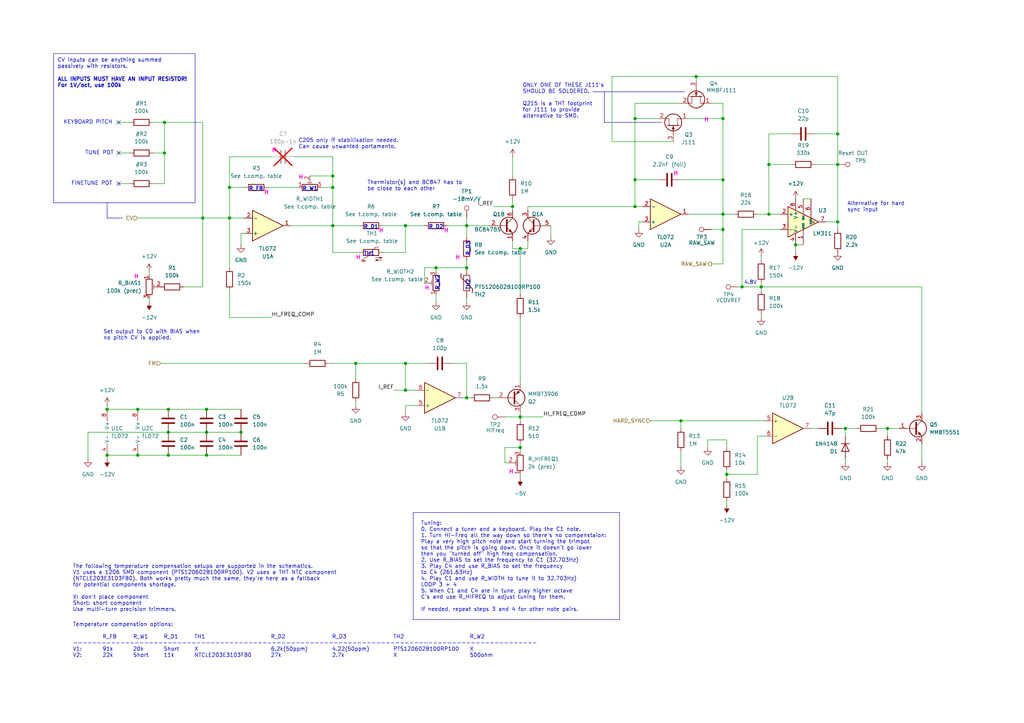
<source format=kicad_sch>
(kicad_sch (version 20250114) (generator "eeschema") (generator_version "9.0")
  (paper "User" 340 240)
  (rectangle (start 137.16 170.18) (end 205.74 205.74) (fill (type color) (color 255 255 255 1)))
  (rectangle (start 17.78 17.78) (end 64.77 67.31))
  (text "ONLY ONE OF THESE J111's\nSHOULD BE SOLDERED.\n\nQ215 is a THT footprint\nfor J111 to provide \nalternative to SMD." (at 173.482 33.528 0) (effects (font (size 1.27 1.27)) (justify left)))
  (text "R_W2" (at 146.05 96.52 90) (effects (font (size 1.27 1.27) (thickness 0.254) (bold yes)) (justify left bottom)))
  (text "H" (at 223.52 58.42 0) (effects (font (size 1.27 1.27) (thickness 0.254) (bold yes)) (justify left bottom)))
  (text "TH2" (at 156.21 96.52 90) (effects (font (size 1.27 1.27) (thickness 0.254) (bold yes)) (justify left bottom)))
  (text "H" (at 151.13 86.36 0) (effects (font (size 1.27 1.27) (thickness 0.254) (bold yes)) (justify left bottom)))
  (text "Tuning:\n0. Connect a tuner and a keyboard. Play the C1 note. \n1. Turn Hi-Freq all the way down so there's no compenstaion:\nPlay a very high pitch note and start turning the trimpot\nso that the pitch is going down. Once it doesn't go lower\nthen you \"turned off\" high freq compensation.\n2. Use R_BIAS to set the frequency to C1 (32.703Hz)\n3. Play C4 and use R_BIAS to set the frequency \nto C4 (261.63Hz)\n4. Play C1 and use R_WIDTH to tune it to 32.703Hz)\nLOOP 3 + 4\n5. When C1 and C4 are in tune, play higher octave \nC's and use R_HIFREQ to adjust tuning for them.\n\nIf needed, repeat steps 3 and 4 for other note pairs." (at 139.7 203.2 0) (effects (font (size 1.27 1.27)) (justify left bottom)))
  (text "R_W1" (at 100.33 63.5 0) (effects (font (size 1.27 1.27) (thickness 0.254) (bold yes)) (justify left bottom)))
  (text "C205 only if stabilisation needed.\nCan cause unwanted portamento." (at 99.06 49.53 0) (effects (font (size 1.27 1.27)) (justify left bottom)))
  (text "Thermistor(s) and BC847 has to \nbe close to each other" (at 121.92 63.5 0) (effects (font (size 1.27 1.27)) (justify left bottom)))
  (text "ALL INPUTS MUST HAVE AN INPUT RESISTOR!\nFor 1V/oct, use 100k" (at 19.05 29.21 0) (effects (font (size 1.27 1.27) (thickness 0.254) (bold yes)) (justify left bottom)))
  (text "H" (at 125.73 77.47 0) (effects (font (size 1.27 1.27) (thickness 0.254) (bold yes)) (justify left bottom)))
  (text "Alternative for hard \nsync input" (at 281.305 70.485 0) (effects (font (size 1.27 1.27)) (justify left bottom)))
  (text "Temperature compenstion options:\n\n		R_FB	R_W1	R_D1	TH1					R_D2			R_D3			TH2					R_W2\n--------------------------------------------------------------------------------------------------\nV1: 	91k		20k		Short	X					6.2k(50ppm)		4.22(50ppm)		PTS120602B100RP100	X\nV2: 	22k		Short	11k		NTCLE203E3103FB0	27k				2.7k			X					500ohm\n" (at 24.13 218.44 0) (effects (font (size 1.27 1.27)) (justify left bottom)))
  (text "CV inputs can be anything summed \npassively with resistors.\n" (at 19.05 22.86 0) (effects (font (size 1.27 1.27) (thickness 0.1588)) (justify left bottom)))
  (text "KEYBOARD PITCH" (at 29.21 40.64 0) (effects (font (size 1.27 1.27))))
  (text "H" (at 147.32 77.47 0) (effects (font (size 1.27 1.27) (thickness 0.254) (bold yes)) (justify left bottom)))
  (text "H" (at 168.91 157.48 0) (effects (font (size 1.27 1.27) (thickness 0.254) (bold yes)) (justify left bottom)))
  (text "TUNE POT" (at 33.02 50.8 0) (effects (font (size 1.27 1.27))))
  (text "The following temperature compensation setups are supported in the schematics.\nV1 uses a 1206 SMD component (PTS120602B100RP100). V2 uses a THT NTC component \n(NTCLE203E3103FB0). Both works pretty much the same, they're here as a fallback\nfor potential components shortage.\n\nX: don't place component\nShort: short component\nUse multi-turn precision trimmers." (at 24.13 203.2 0) (effects (font (size 1.27 1.27)) (justify left bottom)))
  (text "TH1" (at 120.65 85.09 0) (effects (font (size 1.27 1.27) (thickness 0.254) (bold yes)) (justify left bottom)))
  (text "R_FB" (at 82.55 63.5 0) (effects (font (size 1.27 1.27) (thickness 0.254) (bold yes)) (justify left bottom)))
  (text "H" (at 99.06 59.69 0) (effects (font (size 1.27 1.27) (thickness 0.254) (bold yes)) (justify left bottom)))
  (text "H" (at 233.68 40.64 0) (effects (font (size 1.27 1.27) (thickness 0.254) (bold yes)) (justify left bottom)))
  (text "FINETUNE POT" (at 30.48 60.96 0) (effects (font (size 1.27 1.27))))
  (text "H" (at 44.45 92.71 0) (effects (font (size 1.27 1.27) (thickness 0.254) (bold yes)) (justify left bottom)))
  (text "R_D3" (at 156.21 85.09 90) (effects (font (size 1.27 1.27) (thickness 0.254) (bold yes)) (justify left bottom)))
  (text "R_D1" (at 120.65 76.2 0) (effects (font (size 1.27 1.27) (thickness 0.254) (bold yes)) (justify left bottom)))
  (text "Set output to C0 with BIAS when\nno pitch CV is applied." (at 34.29 113.03 0) (effects (font (size 1.27 1.27)) (justify left bottom)))
  (text "H" (at 118.11 86.36 0) (effects (font (size 1.27 1.27) (thickness 0.254) (bold yes)) (justify left bottom)))
  (text "R_D2" (at 142.24 76.2 0) (effects (font (size 1.27 1.27) (thickness 0.254) (bold yes)) (justify left bottom)))
  (text "H" (at 90.17 50.8 0) (effects (font (size 1.27 1.27) (thickness 0.254) (bold yes)) (justify left bottom)))
  (text "H" (at 87.63 64.77 0) (effects (font (size 1.27 1.27) (thickness 0.254) (bold yes)) (justify left bottom)))
  (text "H" (at 140.97 96.52 0) (effects (font (size 1.27 1.27) (thickness 0.254) (bold yes)) (justify left bottom)))
  (text "4.8V" (at 247.015 94.615 0) (effects (font (size 1.27 1.27)) (justify left bottom)))
  (junction (at 80.01 143.51))
  (junction (at 172.72 138.43))
  (junction (at 45.72 151.13))
  (junction (at 55.88 135.89))
  (junction (at 134.62 129.54))
  (junction (at 154.94 88.9))
  (junction (at 240.03 59.69))
  (junction (at 55.88 143.51))
  (junction (at 172.72 148.59))
  (junction (at 35.56 135.89))
  (junction (at 170.18 68.58))
  (junction (at 280.67 142.24))
  (junction (at 240.03 71.12))
  (junction (at 68.58 151.13))
  (junction (at 35.56 151.13))
  (junction (at 252.73 95.25))
  (junction (at 241.3 157.48))
  (junction (at 67.31 72.39))
  (junction (at 110.49 62.23))
  (junction (at 278.13 44.45))
  (junction (at 172.72 82.55))
  (junction (at 231.14 25.4))
  (junction (at 246.38 95.25))
  (junction (at 240.03 39.37))
  (junction (at 110.49 58.42))
  (junction (at 68.58 135.89))
  (junction (at 226.06 139.7))
  (junction (at 154.94 74.93))
  (junction (at 294.64 142.24))
  (junction (at 210.82 59.69))
  (junction (at 210.82 39.37))
  (junction (at 134.62 74.93))
  (junction (at 134.62 120.65))
  (junction (at 278.13 73.66))
  (junction (at 76.2 62.23))
  (junction (at 54.61 40.64))
  (junction (at 54.61 50.8))
  (junction (at 240.03 76.2))
  (junction (at 68.58 143.51))
  (junction (at 76.2 72.39))
  (junction (at 110.49 74.93))
  (junction (at 55.88 151.13))
  (junction (at 144.78 88.9))
  (junction (at 278.13 54.61))
  (junction (at 210.82 68.58))
  (junction (at 255.27 71.12))
  (junction (at 154.94 132.08))
  (junction (at 264.16 81.28))
  (junction (at 45.72 135.89))
  (junction (at 255.27 54.61))
  (junction (at 118.11 120.65))
  (no_connect (at 39.37 40.64))
  (no_connect (at 39.37 50.8))
  (no_connect (at 39.37 60.96))
  (wire (pts (xy 215.9 139.7) (xy 226.06 139.7)))
  (wire (pts (xy 241.3 157.48) (xy 251.46 157.48)))
  (wire (pts (xy 252.73 85.09) (xy 252.73 86.36)))
  (wire (pts (xy 76.2 72.39) (xy 76.2 88.9)))
  (wire (pts (xy 294.64 142.24) (xy 294.64 144.78)))
  (wire (pts (xy 210.82 59.69) (xy 210.82 68.58)))
  (wire (pts (xy 54.61 60.96) (xy 50.8 60.96)))
  (wire (pts (xy 68.58 143.51) (xy 80.01 143.51)))
  (wire (pts (xy 142.24 120.65) (xy 134.62 120.65)))
  (wire (pts (xy 49.53 99.06) (xy 49.53 100.33)))
  (wire (pts (xy 175.26 69.85) (xy 175.26 68.58)))
  (wire (pts (xy 255.27 54.61) (xy 255.27 71.12)))
  (wire (pts (xy 154.94 120.65) (xy 154.94 132.08)))
  (wire (pts (xy 278.13 54.61) (xy 278.13 73.66)))
  (wire (pts (xy 240.03 76.2) (xy 240.03 87.63)))
  (wire (pts (xy 212.09 73.66) (xy 212.09 76.2)))
  (wire (pts (xy 234.95 146.05) (xy 241.3 146.05)))
  (wire (pts (xy 240.03 87.63) (xy 236.22 87.63)))
  (wire (pts (xy 76.2 105.41) (xy 76.2 96.52)))
  (wire (pts (xy 110.49 58.42) (xy 110.49 62.23)))
  (wire (pts (xy 168.91 153.67) (xy 167.64 153.67)))
  (wire (pts (xy 294.64 152.4) (xy 294.64 153.67)))
  (wire (pts (xy 67.31 72.39) (xy 67.31 95.25)))
  (wire (pts (xy 163.83 132.08) (xy 165.1 132.08)))
  (wire (pts (xy 110.49 52.07) (xy 110.49 58.42)))
  (wire (pts (xy 140.97 93.98) (xy 140.97 88.9)))
  (wire (pts (xy 110.49 83.82) (xy 110.49 74.93)))
  (wire (pts (xy 102.87 58.42) (xy 110.49 58.42)))
  (wire (pts (xy 35.56 151.13) (xy 35.56 152.4)))
  (wire (pts (xy 170.18 68.58) (xy 170.18 69.85)))
  (wire (pts (xy 134.62 134.62) (xy 134.62 137.16)))
  (wire (pts (xy 45.72 72.39) (xy 67.31 72.39)))
  (wire (pts (xy 54.61 50.8) (xy 54.61 60.96)))
  (wire (pts (xy 280.67 142.24) (xy 280.67 144.78)))
  (wire (pts (xy 167.64 148.59) (xy 172.72 148.59)))
  (wire (pts (xy 251.46 71.12) (xy 255.27 71.12)))
  (wire (pts (xy 96.52 74.93) (xy 110.49 74.93)))
  (wire (pts (xy 226.06 149.86) (xy 226.06 154.94)))
  (wire (pts (xy 213.36 73.66) (xy 212.09 73.66)))
  (wire (pts (xy 241.3 167.64) (xy 241.3 166.37)))
  (wire (pts (xy 154.94 72.39) (xy 154.94 74.93)))
  (wire (pts (xy 154.94 132.08) (xy 156.21 132.08)))
  (wire (pts (xy 270.51 44.45) (xy 278.13 44.45)))
  (wire (pts (xy 154.94 86.36) (xy 154.94 88.9)))
  (wire (pts (xy 240.03 34.29) (xy 240.03 39.37)))
  (wire (pts (xy 172.72 105.41) (xy 172.72 127)))
  (wire (pts (xy 67.31 40.64) (xy 67.31 72.39)))
  (wire (pts (xy 170.18 66.04) (xy 170.18 68.58)))
  (wire (pts (xy 154.94 74.93) (xy 162.56 74.93)))
  (wire (pts (xy 172.72 147.32) (xy 172.72 148.59)))
  (wire (pts (xy 76.2 52.07) (xy 76.2 62.23)))
  (wire (pts (xy 252.73 104.14) (xy 252.73 105.41)))
  (wire (pts (xy 76.2 72.39) (xy 81.28 72.39)))
  (wire (pts (xy 236.22 34.29) (xy 240.03 34.29)))
  (wire (pts (xy 80.01 77.47) (xy 80.01 81.28)))
  (wire (pts (xy 240.03 71.12) (xy 243.84 71.12)))
  (wire (pts (xy 118.11 134.62) (xy 118.11 133.35)))
  (wire (pts (xy 172.72 148.59) (xy 172.72 149.86)))
  (wire (pts (xy 88.9 62.23) (xy 99.06 62.23)))
  (wire (pts (xy 154.94 74.93) (xy 154.94 78.74)))
  (wire (pts (xy 210.82 39.37) (xy 218.44 39.37)))
  (wire (pts (xy 119.38 83.82) (xy 110.49 83.82)))
  (wire (pts (xy 170.18 82.55) (xy 172.72 82.55)))
  (wire (pts (xy 134.62 120.65) (xy 134.62 129.54)))
  (wire (pts (xy 134.62 74.93) (xy 140.97 74.93)))
  (wire (pts (xy 170.18 52.07) (xy 170.18 58.42)))
  (wire (pts (xy 49.53 90.17) (xy 49.53 91.44)))
  (wire (pts (xy 167.64 138.43) (xy 172.72 138.43)))
  (wire (pts (xy 246.38 76.2) (xy 246.38 95.25)))
  (wire (pts (xy 240.03 71.12) (xy 228.6 71.12)))
  (wire (pts (xy 306.07 147.32) (xy 306.07 153.67)))
  (wire (pts (xy 76.2 62.23) (xy 76.2 72.39)))
  (wire (pts (xy 172.72 157.48) (xy 172.72 158.75)))
  (wire (pts (xy 127 83.82) (xy 134.62 83.82)))
  (wire (pts (xy 29.21 152.4) (xy 29.21 143.51)))
  (wire (pts (xy 210.82 39.37) (xy 210.82 59.69)))
  (wire (pts (xy 306.07 95.25) (xy 306.07 137.16)))
  (wire (pts (xy 236.22 76.2) (xy 240.03 76.2)))
  (wire (pts (xy 110.49 74.93) (xy 119.38 74.93)))
  (wire (pts (xy 241.3 157.48) (xy 241.3 158.75)))
  (wire (pts (xy 223.52 46.99) (xy 203.2 46.99)))
  (wire (pts (xy 246.38 76.2) (xy 259.08 76.2)))
  (wire (pts (xy 264.16 81.28) (xy 266.7 81.28)))
  (wire (pts (xy 255.27 44.45) (xy 255.27 54.61)))
  (wire (pts (xy 127 74.93) (xy 134.62 74.93)))
  (wire (pts (xy 154.94 99.06) (xy 154.94 100.33)))
  (wire (pts (xy 109.22 120.65) (xy 118.11 120.65)))
  (wire (pts (xy 90.17 52.07) (xy 76.2 52.07)))
  (wire (pts (xy 134.62 129.54) (xy 138.43 129.54)))
  (wire (pts (xy 144.78 88.9) (xy 154.94 88.9)))
  (wire (pts (xy 231.14 25.4) (xy 278.13 25.4)))
  (wire (pts (xy 278.13 44.45) (xy 278.13 54.61)))
  (wire (pts (xy 271.78 142.24) (xy 269.24 142.24)))
  (wire (pts (xy 130.81 129.54) (xy 134.62 129.54)))
  (wire (pts (xy 67.31 72.39) (xy 76.2 72.39)))
  (wire (pts (xy 118.11 120.65) (xy 134.62 120.65)))
  (wire (pts (xy 134.62 83.82) (xy 134.62 74.93)))
  (wire (pts (xy 226.06 59.69) (xy 240.03 59.69)))
  (wire (pts (xy 54.61 40.64) (xy 54.61 50.8)))
  (wire (pts (xy 172.72 138.43) (xy 180.34 138.43)))
  (wire (pts (xy 68.58 151.13) (xy 80.01 151.13)))
  (wire (pts (xy 228.6 39.37) (xy 240.03 39.37)))
  (polyline (pts (xy 200.66 30.48) (xy 200.66 40.64)))
  (wire (pts (xy 172.72 82.55) (xy 175.26 82.55)))
  (wire (pts (xy 172.72 137.16) (xy 172.72 138.43)))
  (wire (pts (xy 167.64 153.67) (xy 167.64 148.59)))
  (wire (pts (xy 60.96 95.25) (xy 67.31 95.25)))
  (wire (pts (xy 252.73 95.25) (xy 306.07 95.25)))
  (wire (pts (xy 55.88 143.51) (xy 68.58 143.51)))
  (wire (pts (xy 240.03 39.37) (xy 240.03 59.69)))
  (wire (pts (xy 279.4 142.24) (xy 280.67 142.24)))
  (wire (pts (xy 29.21 143.51) (xy 55.88 143.51)))
  (wire (pts (xy 203.2 25.4) (xy 231.14 25.4)))
  (wire (pts (xy 175.26 80.01) (xy 175.26 82.55)))
  (wire (pts (xy 54.61 40.64) (xy 67.31 40.64)))
  (wire (pts (xy 246.38 95.25) (xy 252.73 95.25)))
  (wire (pts (xy 39.37 60.96) (xy 43.18 60.96)))
  (wire (pts (xy 251.46 144.78) (xy 254 144.78)))
  (wire (pts (xy 240.03 59.69) (xy 240.03 71.12)))
  (wire (pts (xy 144.78 97.79) (xy 144.78 100.33)))
  (wire (pts (xy 45.72 151.13) (xy 55.88 151.13)))
  (wire (pts (xy 210.82 68.58) (xy 213.36 68.58)))
  (wire (pts (xy 245.11 95.25) (xy 246.38 95.25)))
  (wire (pts (xy 81.28 62.23) (xy 76.2 62.23)))
  (wire (pts (xy 68.58 135.89) (xy 80.01 135.89)))
  (wire (pts (xy 50.8 40.64) (xy 54.61 40.64)))
  (wire (pts (xy 35.56 151.13) (xy 45.72 151.13)))
  (wire (pts (xy 262.89 44.45) (xy 255.27 44.45)))
  (wire (pts (xy 280.67 153.67) (xy 280.67 152.4)))
  (wire (pts (xy 144.78 88.9) (xy 144.78 90.17)))
  (wire (pts (xy 262.89 54.61) (xy 255.27 54.61)))
  (wire (pts (xy 241.3 156.21) (xy 241.3 157.48)))
  (wire (pts (xy 292.1 142.24) (xy 294.64 142.24)))
  (wire (pts (xy 175.26 68.58) (xy 210.82 68.58)))
  (wire (pts (xy 278.13 73.66) (xy 274.32 73.66)))
  (wire (pts (xy 234.95 148.59) (xy 234.95 146.05)))
  (wire (pts (xy 240.03 71.12) (xy 240.03 76.2)))
  (wire (pts (xy 252.73 96.52) (xy 252.73 95.25)))
  (wire (pts (xy 210.82 34.29) (xy 210.82 39.37)))
  (wire (pts (xy 50.8 50.8) (xy 54.61 50.8)))
  (polyline (pts (xy 196.85 30.48) (xy 227.33 30.48)))
  (wire (pts (xy 110.49 62.23) (xy 106.68 62.23)))
  (wire (pts (xy 226.06 139.7) (xy 254 139.7)))
  (wire (pts (xy 294.64 142.24) (xy 298.45 142.24)))
  (wire (pts (xy 149.86 120.65) (xy 154.94 120.65)))
  (wire (pts (xy 170.18 80.01) (xy 170.18 82.55)))
  (wire (pts (xy 182.88 74.93) (xy 182.88 78.74)))
  (wire (pts (xy 110.49 74.93) (xy 110.49 62.23)))
  (wire (pts (xy 39.37 40.64) (xy 43.18 40.64)))
  (wire (pts (xy 35.56 135.89) (xy 45.72 135.89)))
  (wire (pts (xy 39.37 50.8) (xy 43.18 50.8)))
  (wire (pts (xy 45.72 135.89) (xy 55.88 135.89)))
  (polyline (pts (xy 35.56 67.31) (xy 35.56 72.39)))
  (wire (pts (xy 138.43 134.62) (xy 134.62 134.62)))
  (wire (pts (xy 226.06 139.7) (xy 226.06 142.24)))
  (wire (pts (xy 241.3 146.05) (xy 241.3 148.59)))
  (wire (pts (xy 203.2 46.99) (xy 203.2 25.4)))
  (wire (pts (xy 81.28 77.47) (xy 80.01 77.47)))
  (wire (pts (xy 264.16 83.82) (xy 264.16 81.28)))
  (wire (pts (xy 153.67 132.08) (xy 154.94 132.08)))
  (wire (pts (xy 252.73 93.98) (xy 252.73 95.25)))
  (wire (pts (xy 255.27 71.12) (xy 259.08 71.12)))
  (wire (pts (xy 270.51 54.61) (xy 278.13 54.61)))
  (wire (pts (xy 140.97 88.9) (xy 144.78 88.9)))
  (wire (pts (xy 118.11 120.65) (xy 118.11 125.73)))
  (wire (pts (xy 172.72 82.55) (xy 172.72 97.79)))
  (wire (pts (xy 35.56 134.62) (xy 35.56 135.89)))
  (wire (pts (xy 148.59 74.93) (xy 154.94 74.93)))
  (wire (pts (xy 251.46 157.48) (xy 251.46 144.78)))
  (wire (pts (xy 90.17 105.41) (xy 76.2 105.41)))
  (wire (pts (xy 231.14 25.4) (xy 231.14 26.67)))
  (polyline (pts (xy 40.64 72.39) (xy 35.56 72.39)))
  (wire (pts (xy 218.44 59.69) (xy 210.82 59.69)))
  (wire (pts (xy 172.72 138.43) (xy 172.72 139.7)))
  (wire (pts (xy 266.7 66.04) (xy 269.24 66.04)))
  (wire (pts (xy 55.88 151.13) (xy 68.58 151.13)))
  (wire (pts (xy 280.67 142.24) (xy 284.48 142.24)))
  (wire (pts (xy 210.82 34.29) (xy 226.06 34.29)))
  (wire (pts (xy 53.34 120.65) (xy 101.6 120.65)))
  (wire (pts (xy 163.83 68.58) (xy 170.18 68.58)))
  (wire (pts (xy 55.88 135.89) (xy 68.58 135.89)))
  (wire (pts (xy 97.79 52.07) (xy 110.49 52.07)))
  (wire (pts (xy 278.13 73.66) (xy 278.13 76.2)))
  (polyline (pts (xy 200.66 40.64) (xy 219.71 40.64)))
  (wire (pts (xy 278.13 44.45) (xy 278.13 25.4)))
  (label "I_REF" (at 163.83 68.58 180))
  (label "HI_FREQ_COMP" (at 90.17 105.41 0))
  (label "HI_FREQ_COMP" (at 180.34 138.43 0))
  (label "I_REF" (at 130.81 129.54 180))
  (hierarchical_label "RAW_SAW" (shape output) (at 236.22 87.63 180))
  (hierarchical_label "HARD_SYNC" (shape input) (at 215.9 139.7 180))
  (hierarchical_label "FM" (shape input) (at 53.34 120.65 180))
  (hierarchical_label "CV" (shape input) (at 45.72 72.39 180))
  (symbol (lib_id "Device:C") (at 55.88 139.7 0) (unit 1)
    (property "Reference" "C1" (at 59.69 138.43 0) (effects (justify left)))
    (property "Value" "100n" (at 59.69 140.97 0) (effects (justify left)))
    (property "Footprint" "Capacitor_SMD:C_0603_1608Metric" (effects (hide yes)))
    (property "LCSC" "C14663" (effects (hide yes)))
    (property "CHECKED" "YES" (effects (hide yes)))
    (property "Vendor" "JLCPCB" (effects (hide yes)))
  )
  (symbol (lib_id "power:+12V") (at 49.53 90.17 0) (unit 1)
    (property "Reference" "#PWR05" (effects (hide yes)))
    (property "Value" "+12V" (at 49.53 85.09 0))
    (property "Description" "Power symbol creates a global label with name \"+12V\"" (effects (hide yes)))
  )
  (symbol (lib_id "Transistor_BJT:MMBT5551L") (at 303.53 142.24 0) (unit 1)
    (property "Reference" "Q5" (at 308.61 140.9699 0) (effects (justify left)))
    (property "Value" "MMBT5551" (at 308.61 143.5099 0) (effects (justify left)))
    (property "Footprint" "Package_TO_SOT_SMD:SOT-23" (effects (hide yes)))
    (property "Datasheet" "www.onsemi.com/pub/Collateral/MMBT5550LT1-D.PDF" (effects (hide yes)))
    (property "Description" "0.6A Ic, 160V Vce, NPN Transistor, SOT-23" (effects (hide yes)))
    (property "LCSC" "C2145" (effects (hide yes)))
    (property "Vendor" "JLCPCB" (effects (hide yes)))
    (property "CHECKED" "YES" (effects (hide yes)))
  )
  (symbol (lib_id "Device:R") (at 144.78 74.93 90) (unit 1)
    (property "Reference" "R7" (at 144.78 68.58 90))
    (property "Value" "See t.comp. table" (at 144.78 71.12 90))
    (property "Footprint" "Shmoergh_Custom_Footprints:R_Axial_DIN0207_L6.3mm_D2.5mm_P7.62mm_Horizontal" (effects (hide yes)))
    (property "Hestore" "https://www.hestore.hu/prod_10020536.html" (effects (hide yes)))
  )
  (symbol (lib_id "Device:C") (at 55.88 147.32 0) (unit 1)
    (property "Reference" "C2" (at 59.69 146.05 0) (effects (justify left)))
    (property "Value" "100n" (at 59.69 148.59 0) (effects (justify left)))
    (property "Footprint" "Capacitor_SMD:C_0603_1608Metric" (effects (hide yes)))
    (property "LCSC" "C14663" (effects (hide yes)))
    (property "CHECKED" "YES" (effects (hide yes)))
    (property "Vendor" "JLCPCB" (effects (hide yes)))
  )
  (symbol (lib_id "Connector:TestPoint") (at 278.13 54.61 270) (unit 1) (in_bom no)
    (property "Reference" "TP5" (at 285.75 53.34 90))
    (property "Value" "Reset OUT" (at 283.21 50.8 90))
    (property "Footprint" "TestPoint:TestPoint_THTPad_2.0x2.0mm_Drill1.0mm" (effects (hide yes)))
    (property "CHECKED" "YES" (effects (hide yes)))
  )
  (symbol (lib_id "power:GND") (at 29.21 152.4 0) (unit 1)
    (property "Reference" "#PWR02" (effects (hide yes)))
    (property "Value" "GND" (at 29.21 157.48 0))
    (property "Description" "Power symbol creates a global label with name \"GND\" , ground" (effects (hide yes)))
  )
  (symbol (lib_id "Device:C") (at 275.59 142.24 90) (unit 1)
    (property "Reference" "C11" (at 275.59 134.62 90))
    (property "Value" "47p" (at 275.59 137.16 90))
    (property "Footprint" "Capacitor_SMD:C_0603_1608Metric" (effects (hide yes)))
    (property "LCSC" "C1671" (effects (hide yes)))
    (property "CHECKED" "YES" (effects (hide yes)))
    (property "Vendor" "JLCPCB" (effects (hide yes)))
  )
  (symbol (lib_id "Device:C") (at 68.58 139.7 0) (unit 1)
    (property "Reference" "C3" (at 72.39 138.43 0) (effects (justify left)))
    (property "Value" "100n" (at 72.39 140.97 0) (effects (justify left)))
    (property "Footprint" "Capacitor_SMD:C_0603_1608Metric" (effects (hide yes)))
    (property "LCSC" "C14663" (effects (hide yes)))
    (property "CHECKED" "YES" (effects (hide yes)))
    (property "Vendor" "JLCPCB" (effects (hide yes)))
  )
  (symbol (lib_id "Transistor_BJT:BC847BS") (at 177.8 74.93 0) (mirror y) (unit 2)
    (property "Reference" "Q1" (at 167.64 71.12 0) (effects (justify left)))
    (property "Value" "BC847BS" (at 166.37 76.2 0) (effects (justify left)))
    (property "Footprint" "Package_TO_SOT_SMD:SOT-363_SC-70-6" (effects (hide yes)))
    (property "Datasheet" "https://assets.nexperia.com/documents/data-sheet/BC847BS.pdf" (effects (hide yes)))
    (property "Description" "100mA IC, 45V Vce, Dual NPN/NPN Transistors, SOT-363" (effects (hide yes)))
    (property "Vendor" "JLCPCB" (effects (hide yes)))
    (property "LCSC" "C5380687" (effects (hide yes)))
    (property "CHECKED" "YES" (effects (hide yes)))
  )
  (symbol (lib_id "power:GND") (at 154.94 100.33 0) (unit 1)
    (property "Reference" "#PWR011" (effects (hide yes)))
    (property "Value" "GND" (at 154.94 105.41 0))
    (property "Description" "Power symbol creates a global label with name \"GND\" , ground" (effects (hide yes)))
  )
  (symbol (lib_id "Device:R") (at 252.73 90.17 180) (unit 1)
    (property "Reference" "R17" (at 255.27 88.9 0) (effects (justify right)))
    (property "Value" "150k" (at 255.27 91.44 0) (effects (justify right)))
    (property "Footprint" "Resistor_SMD:R_0603_1608Metric" (effects (hide yes)))
    (property "LCSC" "C22807" (effects (hide yes)))
    (property "CHECKED" "YES" (effects (hide yes)))
    (property "Vendor" "JLCPCB" (effects (hide yes)))
  )
  (symbol (lib_id "power:GND") (at 182.88 78.74 0) (unit 1)
    (property "Reference" "#PWR014" (effects (hide yes)))
    (property "Value" "GND" (at 182.88 83.82 0))
    (property "Description" "Power symbol creates a global label with name \"GND\" , ground" (effects (hide yes)))
  )
  (symbol (lib_id "Device:R") (at 247.65 71.12 90) (unit 1)
    (property "Reference" "R16" (at 247.65 64.77 90))
    (property "Value" "22k" (at 247.65 67.31 90))
    (property "Footprint" "Resistor_SMD:R_0603_1608Metric" (effects (hide yes)))
    (property "LCSC" "C31850" (effects (hide yes)))
    (property "CHECKED" "YES" (effects (hide yes)))
    (property "Vendor" "JLCPCB" (effects (hide yes)))
  )
  (symbol (lib_id "Device:R_Potentiometer_Trim") (at 172.72 153.67 180) (unit 1)
    (property "Reference" "R_HIFREQ1" (at 175.26 152.3999 0) (effects (justify right)))
    (property "Value" "2k (prec)" (at 175.26 154.9399 0) (effects (justify right)))
    (property "Footprint" "Potentiometer_THT:Potentiometer_Bourns_3006P_Horizontal" (effects (hide yes)))
    (property "Arwill" "https://arwill.hu/termekek/passziv-alkatreszek/trimmer-potmeterek/7401/2-2k-helitrimmer-potmeter-198436/" (effects (hide yes)))
    (property "Part URL" "https://mou.sr/3ZK9AMt" (effects (hide yes)))
    (property "Vendor" "Mouser" (effects (hide yes)))
    (property "CHECKED" "YES" (effects (hide yes)))
    (property "Mouser Part no." "652-3006P-1-202-LF" (effects (hide yes)))
  )
  (symbol (lib_id "Device:R") (at 118.11 129.54 180) (unit 1)
    (property "Reference" "R5" (at 113.03 130.81 0))
    (property "Value" "100k" (at 113.03 128.27 0))
    (property "Footprint" "Resistor_SMD:R_0603_1608Metric" (effects (hide yes)))
    (property "LCSC" "C25803" (effects (hide yes)))
    (property "CHECKED" "YES" (effects (hide yes)))
    (property "Vendor" "JLCPCB" (effects (hide yes)))
  )
  (symbol (lib_id "Device:R_Potentiometer_Trim") (at 102.87 62.23 90) (unit 1)
    (property "Reference" "R_WIDTH1" (at 102.87 66.04 90))
    (property "Value" "See t.comp. table" (at 102.87 68.58 90))
    (property "Footprint" "Potentiometer_THT:Potentiometer_Bourns_3006P_Horizontal" (effects (hide yes)))
    (property "Arwill" "https://arwill.hu/termekek/passziv-alkatreszek/trimmer-potmeterek/7401/20k-helitrimmer-potmeter-850118/" (effects (hide yes)))
    (property "Part URL" "https://mou.sr/41re1x3" (effects (hide yes)))
    (property "Vendor" "Mouser" (effects (hide yes)))
    (property "Mouser Part no." "652-3006P-7-203-LF" (effects (hide yes)))
  )
  (symbol (lib_id "Device:R_Potentiometer_Trim") (at 49.53 95.25 0) (unit 1)
    (property "Reference" "R_BIAS1" (at 46.99 93.9799 0) (effects (justify right)))
    (property "Value" "100k (prec)" (at 46.99 96.5199 0) (effects (justify right)))
    (property "Footprint" "Potentiometer_THT:Potentiometer_Bourns_3006P_Horizontal" (effects (hide yes)))
    (property "Arwill" "https://arwill.hu/termekek/passziv-alkatreszek/trimmer-potmeterek/7401/2-2k-helitrimmer-potmeter-198436/" (effects (hide yes)))
    (property "Part URL" "https://mou.sr/4ff5W1E" (effects (hide yes)))
    (property "Vendor" "Mouser" (effects (hide yes)))
    (property "CHECKED" "YES" (effects (hide yes)))
    (property "Mouser Part no." "652-3006P-1-104-LF" (effects (hide yes)))
  )
  (symbol (lib_id "Device:R") (at 154.94 82.55 0) (unit 1)
    (property "Reference" "R8" (at 157.48 81.28 0) (effects (justify left)))
    (property "Value" "See t.comp. table" (at 157.48 83.82 0) (effects (justify left)))
    (property "Footprint" "Shmoergh_Custom_Footprints:R_Axial_DIN0207_L6.3mm_D2.5mm_P7.62mm_Horizontal" (effects (hide yes)))
    (property "Hestore" "https://www.hestore.hu/prod_10034264.html" (effects (hide yes)))
    (property "Part URL" "https://hu.mouser.com/ProductDetail/YAGEO/MFR50SFTE52-4R22?qs=UFD7vfw3J8rJKelB1vtMtA%3D%3D" (effects (hide yes)))
  )
  (symbol (lib_id "Amplifier_Operational:TL072") (at 48.26 143.51 0) (unit 3)
    (property "Reference" "U2" (at 46.99 142.24 0) (effects (justify left)))
    (property "Value" "TL072" (at 46.99 144.78 0) (effects (justify left)))
    (property "Footprint" "Package_SO:SOIC-8_3.9x4.9mm_P1.27mm" (effects (hide yes)))
    (property "Datasheet" "http://www.ti.com/lit/ds/symlink/tl071.pdf" (effects (hide yes)))
    (property "LCSC" "C6961" (effects (hide yes)))
    (property "CHECKED" "YES" (effects (hide yes)))
    (property "Vendor" "JLCPCB" (effects (hide yes)))
  )
  (symbol (lib_id "Device:R") (at 241.3 152.4 0) (unit 1)
    (property "Reference" "R14" (at 243.84 151.13 0) (effects (justify left)))
    (property "Value" "10k" (at 243.84 153.67 0) (effects (justify left)))
    (property "Footprint" "Resistor_SMD:R_0603_1608Metric" (effects (hide yes)))
    (property "LCSC" "C25804" (effects (hide yes)))
    (property "CHECKED" "YES" (effects (hide yes)))
    (property "Vendor" "JLCPCB" (effects (hide yes)))
  )
  (symbol (lib_id "Device:R") (at 172.72 143.51 0) (unit 1)
    (property "Reference" "R12" (at 175.26 142.24 0) (effects (justify left)))
    (property "Value" "510" (at 175.26 144.78 0) (effects (justify left)))
    (property "Footprint" "Resistor_SMD:R_0603_1608Metric" (effects (hide yes)))
    (property "LCSC" "C23193" (effects (hide yes)))
    (property "CHECKED" "YES" (effects (hide yes)))
    (property "Vendor" "JLCPCB" (effects (hide yes)))
  )
  (symbol (lib_id "power:-12V") (at 35.56 152.4 180) (unit 1)
    (property "Reference" "#PWR04" (effects (hide yes)))
    (property "Value" "-12V" (at 35.56 157.48 0))
    (property "Description" "Power symbol creates a global label with name \"-12V\"" (effects (hide yes)))
  )
  (symbol (lib_id "Device:R") (at 85.09 62.23 90) (unit 1)
    (property "Reference" "R3" (at 85.09 55.88 90))
    (property "Value" "See t.comp. table" (at 85.09 58.42 90))
    (property "Footprint" "Shmoergh_Custom_Footprints:R_Axial_DIN0207_L6.3mm_D2.5mm_P7.62mm_Horizontal" (effects (hide yes)))
    (property "Hestore" "https://www.hestore.hu/prod_10020570.html" (effects (hide yes)))
  )
  (symbol (lib_id "Connector:TestPoint") (at 167.64 138.43 90) (unit 1) (in_bom no)
    (property "Reference" "TP2" (at 164.465 140.97 90))
    (property "Value" "HiFreq" (at 164.465 142.875 90))
    (property "Footprint" "TestPoint:TestPoint_THTPad_2.0x2.0mm_Drill1.0mm" (effects (hide yes)))
    (property "CHECKED" "YES" (effects (hide yes)))
  )
  (symbol (lib_id "power:+12V") (at 170.18 52.07 0) (unit 1)
    (property "Reference" "#PWR012" (effects (hide yes)))
    (property "Value" "+12V" (at 170.18 46.99 0))
    (property "Description" "Power symbol creates a global label with name \"+12V\"" (effects (hide yes)))
  )
  (symbol (lib_id "power:-12V") (at 241.3 167.64 180) (unit 1)
    (property "Reference" "#PWR018" (effects (hide yes)))
    (property "Value" "-12V" (at 241.3 172.72 0))
    (property "Description" "Power symbol creates a global label with name \"-12V\"" (effects (hide yes)))
  )
  (symbol (lib_id "power:-12V") (at 264.16 83.82 180) (unit 1)
    (property "Reference" "#PWR022" (effects (hide yes)))
    (property "Value" "-12V" (at 264.16 88.9 0))
    (property "Description" "Power symbol creates a global label with name \"-12V\"" (effects (hide yes)))
  )
  (symbol (lib_id "Device:C") (at 146.05 120.65 90) (unit 1)
    (property "Reference" "C8" (at 146.05 113.03 90))
    (property "Value" "100p" (at 146.05 115.57 90))
    (property "Footprint" "Capacitor_SMD:C_0603_1608Metric" (effects (hide yes)))
    (property "LCSC" "C14858" (effects (hide yes)))
    (property "CHECKED" "YES" (effects (hide yes)))
    (property "Vendor" "JLCPCB" (effects (hide yes)))
  )
  (symbol (lib_id "power:+12V") (at 35.56 134.62 0) (unit 1)
    (property "Reference" "#PWR03" (effects (hide yes)))
    (property "Value" "+12V" (at 35.56 129.54 0))
    (property "Description" "Power symbol creates a global label with name \"+12V\"" (effects (hide yes)))
  )
  (symbol (lib_id "Device:C") (at 222.25 59.69 90) (unit 1)
    (property "Reference" "C9" (at 222.25 52.07 90))
    (property "Value" "2.2nF (foil)" (at 222.25 54.61 90))
    (property "Footprint" "Capacitor_THT:C_Rect_L7.2mm_W2.5mm_P5.00mm_FKS2_FKP2_MKS2_MKP2" (effects (hide yes)))
    (property "Hestore" "https://www.hestore.hu/prod_10022498.html" (effects (hide yes)))
    (property "Part URL" "https://mou.sr/4eLPHe3" (effects (hide yes)))
    (property "Vendor" "Mouser" (effects (hide yes)))
    (property "CHECKED" "YES" (effects (hide yes)))
    (property "Mouser Part no." "80-R82MC1220AA50J " (effects (hide yes)))
  )
  (symbol (lib_id "Amplifier_Operational:TL072") (at 220.98 71.12 0) (mirror x) (unit 1)
    (property "Reference" "U2" (at 220.98 81.28 0))
    (property "Value" "TL072" (at 220.98 78.74 0))
    (property "Footprint" "Package_SO:SOIC-8_3.9x4.9mm_P1.27mm" (effects (hide yes)))
    (property "Datasheet" "http://www.ti.com/lit/ds/symlink/tl071.pdf" (effects (hide yes)))
    (property "LCSC" "C6961" (effects (hide yes)))
    (property "CHECKED" "YES" (effects (hide yes)))
    (property "Vendor" "JLCPCB" (effects (hide yes)))
  )
  (symbol (lib_id "Amplifier_Operational:TL072") (at 88.9 74.93 0) (mirror x) (unit 1)
    (property "Reference" "U1" (at 88.9 85.09 0))
    (property "Value" "TL072" (at 88.9 82.55 0))
    (property "Footprint" "Package_SO:SOIC-8_3.9x4.9mm_P1.27mm" (effects (hide yes)))
    (property "Datasheet" "http://www.ti.com/lit/ds/symlink/tl071.pdf" (effects (hide yes)))
    (property "LCSC" "C6961" (effects (hide yes)))
    (property "CHECKED" "YES" (effects (hide yes)))
    (property "Vendor" "JLCPCB" (effects (hide yes)))
  )
  (symbol (lib_id "Connector:TestPoint") (at 245.11 95.25 90) (unit 1) (in_bom no)
    (property "Reference" "TP4" (at 241.935 97.79 90))
    (property "Value" "VCOVREF" (at 241.935 99.695 90))
    (property "Footprint" "TestPoint:TestPoint_THTPad_2.0x2.0mm_Drill1.0mm" (effects (hide yes)))
    (property "CHECKED" "YES" (effects (hide yes)))
  )
  (symbol (lib_id "Device:R") (at 278.13 80.01 0) (unit 1)
    (property "Reference" "R20" (at 280.67 78.74 0) (effects (justify left)))
    (property "Value" "2.2k" (at 280.67 81.28 0) (effects (justify left)))
    (property "Footprint" "Resistor_SMD:R_0603_1608Metric" (effects (hide yes)))
    (property "LCSC" "C4190" (effects (hide yes)))
    (property "CHECKED" "YES" (effects (hide yes)))
    (property "Vendor" "JLCPCB" (effects (hide yes)))
  )
  (symbol (lib_id "Device:R") (at 46.99 40.64 90) (unit 1)
    (property "Reference" "#R1" (at 46.99 34.29 90))
    (property "Value" "100k" (at 46.99 36.83 90))
    (property "Description" "Resistor" (effects (hide yes)))
  )
  (symbol (lib_id "Comparator:LM311") (at 266.7 73.66 0) (unit 1)
    (property "Reference" "U3" (at 273.05 69.85 0))
    (property "Value" "LM311" (at 273.05 77.47 0))
    (property "Footprint" "Package_SO:SOIC-8_3.9x4.9mm_P1.27mm" (effects (hide yes)))
    (property "Datasheet" "https://www.st.com/resource/en/datasheet/lm311.pdf" (effects (hide yes)))
    (property "LCSC" "C12597" (effects (hide yes)))
    (property "CHECKED" "YES" (effects (hide yes)))
    (property "Vendor" "JLCPCB" (effects (hide yes)))
  )
  (symbol (lib_id "Device:Thermistor") (at 154.94 93.98 0) (unit 1)
    (property "Reference" "TH2" (at 157.48 97.79 0) (effects (justify left)))
    (property "Value" "PTS120602B100RP100" (at 157.48 95.25 0) (effects (justify left)))
    (property "Footprint" "Resistor_SMD:R_1206_3216Metric_Pad1.30x1.75mm_HandSolder" (effects (hide yes)))
    (property "Part URL" "https://hu.mouser.com/ProductDetail/594-PTS120601B100RP" (effects (hide yes)))
    (property "Vendor" "Mouser" (effects (hide yes)))
    (property "CHECKED" "YES" (effects (hide yes)))
    (property "Mouser Part no." "594-PTS120601B100RP" (effects (hide yes)))
  )
  (symbol (lib_id "Transistor_BJT:2N3906") (at 170.18 132.08 0) (mirror x) (unit 1)
    (property "Reference" "Q2" (at 175.26 133.35 0) (effects (justify left)))
    (property "Value" "MMBT3906" (at 175.26 130.81 0) (effects (justify left)))
    (property "Footprint" "Package_TO_SOT_SMD:SOT-23_Handsoldering" (effects (hide yes)))
    (property "Datasheet" "https://www.onsemi.com/pub/Collateral/2N3906-D.PDF" (effects (hide yes)))
    (property "Description" "-0.2A Ic, -40V Vce, Small Signal PNP Transistor, TO-92" (effects (hide yes)))
    (property "Vendor" "JLCPCB" (effects (hide yes)))
    (property "LCSC" "C7420354" (effects (hide yes)))
    (property "CHECKED" "YES" (effects (hide yes)))
  )
  (symbol (lib_id "power:GND") (at 80.01 81.28 0) (unit 1)
    (property "Reference" "#PWR07" (effects (hide yes)))
    (property "Value" "GND" (at 80.01 86.36 0))
    (property "Description" "Power symbol creates a global label with name \"GND\" , ground" (effects (hide yes)))
  )
  (symbol (lib_id "power:GND") (at 226.06 154.94 0) (unit 1)
    (property "Reference" "#PWR016" (effects (hide yes)))
    (property "Value" "GND" (at 226.06 160.02 0))
    (property "Description" "Power symbol creates a global label with name \"GND\" , ground" (effects (hide yes)))
  )
  (symbol (lib_id "Connector:TestPoint") (at 154.94 72.39 0) (unit 1) (in_bom no)
    (property "Reference" "TP1" (at 154.94 63.5 0))
    (property "Value" "-18mV/V" (at 154.94 66.04 0))
    (property "Footprint" "TestPoint:TestPoint_THTPad_2.0x2.0mm_Drill1.0mm" (effects (hide yes)))
    (property "CHECKED" "YES" (effects (hide yes)))
  )
  (symbol (lib_id "power:GND") (at 234.95 148.59 0) (unit 1)
    (property "Reference" "#PWR017" (effects (hide yes)))
    (property "Value" "GND" (at 234.95 153.67 0))
    (property "Description" "Power symbol creates a global label with name \"GND\" , ground" (effects (hide yes)))
  )
  (symbol (lib_id "Device:R") (at 288.29 142.24 90) (unit 1)
    (property "Reference" "R21" (at 288.29 135.89 90))
    (property "Value" "100k" (at 288.29 138.43 90))
    (property "Footprint" "Resistor_SMD:R_0603_1608Metric" (effects (hide yes)))
    (property "LCSC" "C25803" (effects (hide yes)))
    (property "CHECKED" "YES" (effects (hide yes)))
    (property "Vendor" "JLCPCB" (effects (hide yes)))
  )
  (symbol (lib_id "Device:R_Potentiometer_Trim") (at 144.78 93.98 180) (unit 1)
    (property "Reference" "R_WIDTH2" (at 128.27 90.17 0) (effects (justify right)))
    (property "Value" "See t.comp. table" (at 123.19 92.71 0) (effects (justify right)))
    (property "Footprint" "Potentiometer_THT:Potentiometer_Bourns_3006P_Horizontal" (effects (hide yes)))
    (property "Arwill" "https://arwill.hu/termekek/passziv-alkatreszek/trimmer-potmeterek/7401/20k-helitrimmer-potmeter-850118/" (effects (hide yes)))
    (property "Part URL" "https://mou.sr/3GyUiUc" (effects (hide yes)))
    (property "Vendor" "Mouser" (effects (hide yes)))
    (property "Mouser Part no." "652-3006P-1-501-LF" (effects (hide yes)))
  )
  (symbol (lib_id "Transistor_FET:MMBFJ111") (at 223.52 41.91 270) (mirror x) (unit 1)
    (property "Reference" "Q3" (at 228.6 44.704 90))
    (property "Value" "J111" (at 228.6 47.244 90))
    (property "Footprint" "Package_TO_SOT_THT:TO-92_Inline_Wide" (effects (hide yes)))
    (property "Part URL" "https://mou.sr/4f5W0HS" (effects (hide yes)))
    (property "Vendor" "Mouser" (effects (hide yes)))
    (property "CHECKED" "YES" (effects (hide yes)))
    (property "Mouser Part no." "512-J111" (effects (hide yes)))
  )
  (symbol (lib_id "Device:R") (at 123.19 74.93 90) (unit 1)
    (property "Reference" "R6" (at 123.19 68.58 90))
    (property "Value" "See t.comp. table" (at 123.19 71.12 90))
    (property "Footprint" "Shmoergh_Custom_Footprints:R_Axial_DIN0207_L6.3mm_D2.5mm_P7.62mm_Horizontal" (effects (hide yes)))
    (property "Hestore" "https://www.hestore.hu/prod_10020536.html" (effects (hide yes)))
  )
  (symbol (lib_id "power:GND") (at 212.09 76.2 0) (unit 1)
    (property "Reference" "#PWR015" (effects (hide yes)))
    (property "Value" "GND" (at 212.09 81.28 0))
    (property "Description" "Power symbol creates a global label with name \"GND\" , ground" (effects (hide yes)))
  )
  (symbol (lib_id "Device:R") (at 57.15 95.25 90) (unit 1)
    (property "Reference" "R1" (at 57.15 88.9 90))
    (property "Value" "100k" (at 57.15 91.44 90))
    (property "Footprint" "Resistor_SMD:R_0603_1608Metric" (effects (hide yes)))
    (property "LCSC" "C25803" (effects (hide yes)))
    (property "CHECKED" "YES" (effects (hide yes)))
    (property "Vendor" "JLCPCB" (effects (hide yes)))
  )
  (symbol (lib_id "power:-12V") (at 49.53 100.33 180) (unit 1)
    (property "Reference" "#PWR06" (effects (hide yes)))
    (property "Value" "-12V" (at 49.53 105.41 0))
    (property "Description" "Power symbol creates a global label with name \"-12V\"" (effects (hide yes)))
  )
  (symbol (lib_id "power:GND") (at 294.64 153.67 0) (unit 1)
    (property "Reference" "#PWR025" (effects (hide yes)))
    (property "Value" "GND" (at 294.64 158.75 0))
    (property "Description" "Power symbol creates a global label with name \"GND\" , ground" (effects (hide yes)))
  )
  (symbol (lib_id "Amplifier_Operational:TL072") (at 38.1 143.51 0) (unit 3)
    (property "Reference" "U1" (at 36.83 142.24 0) (effects (justify left)))
    (property "Value" "TL072" (at 36.83 144.78 0) (effects (justify left)))
    (property "Footprint" "Package_SO:SOIC-8_3.9x4.9mm_P1.27mm" (effects (hide yes)))
    (property "Datasheet" "http://www.ti.com/lit/ds/symlink/tl071.pdf" (effects (hide yes)))
    (property "LCSC" "C6961" (effects (hide yes)))
    (property "CHECKED" "YES" (effects (hide yes)))
    (property "Vendor" "JLCPCB" (effects (hide yes)))
  )
  (symbol (lib_id "Transistor_BJT:BC847BS") (at 167.64 74.93 0) (unit 1)
    (property "Reference" "Q1" (at 176.53 71.12 0) (effects (justify left)))
    (property "Value" "BC847BS" (effects (hide yes)))
    (property "Footprint" "Package_TO_SOT_SMD:SOT-363_SC-70-6" (effects (hide yes)))
    (property "Datasheet" "https://assets.nexperia.com/documents/data-sheet/BC847BS.pdf" (effects (hide yes)))
    (property "Description" "100mA IC, 45V Vce, Dual NPN/NPN Transistors, SOT-363" (effects (hide yes)))
    (property "Vendor" "JLCPCB" (effects (hide yes)))
    (property "LCSC" "C5380687" (effects (hide yes)))
    (property "CHECKED" "YES" (effects (hide yes)))
  )
  (symbol (lib_id "power:+12V") (at 264.16 66.04 0) (unit 1)
    (property "Reference" "#PWR021" (effects (hide yes)))
    (property "Value" "+12V" (at 264.16 60.96 0))
    (property "Description" "Power symbol creates a global label with name \"+12V\"" (effects (hide yes)))
  )
  (symbol (lib_id "Device:R") (at 172.72 101.6 0) (unit 1)
    (property "Reference" "R11" (at 175.26 100.33 0) (effects (justify left)))
    (property "Value" "1.5k" (at 175.26 102.87 0) (effects (justify left)))
    (property "Footprint" "Resistor_SMD:R_0603_1608Metric" (effects (hide yes)))
    (property "LCSC" "C22843" (effects (hide yes)))
    (property "CHECKED" "YES" (effects (hide yes)))
    (property "Vendor" "JLCPCB" (effects (hide yes)))
  )
  (symbol (lib_id "Device:R") (at 76.2 92.71 0) (unit 1)
    (property "Reference" "R2" (at 78.74 91.44 0) (effects (justify left)))
    (property "Value" "150k" (at 78.74 93.98 0) (effects (justify left)))
    (property "Footprint" "Resistor_SMD:R_0603_1608Metric" (effects (hide yes)))
    (property "LCSC" "C22807" (effects (hide yes)))
    (property "CHECKED" "YES" (effects (hide yes)))
    (property "Vendor" "JLCPCB" (effects (hide yes)))
  )
  (symbol (lib_id "Device:R") (at 241.3 162.56 0) (unit 1)
    (property "Reference" "R15" (at 243.84 161.29 0) (effects (justify left)))
    (property "Value" "100k" (at 243.84 163.83 0) (effects (justify left)))
    (property "Footprint" "Resistor_SMD:R_0603_1608Metric" (effects (hide yes)))
    (property "LCSC" "C25803" (effects (hide yes)))
    (property "CHECKED" "YES" (effects (hide yes)))
    (property "Vendor" "JLCPCB" (effects (hide yes)))
  )
  (symbol (lib_id "Device:R") (at 46.99 60.96 90) (unit 1)
    (property "Reference" "#R3" (at 46.99 54.61 90))
    (property "Value" "100k" (at 46.99 57.15 90))
    (property "Description" "Resistor" (effects (hide yes)))
  )
  (symbol (lib_id "power:GND") (at 144.78 100.33 0) (unit 1)
    (property "Reference" "#PWR010" (effects (hide yes)))
    (property "Value" "GND" (at 144.78 105.41 0))
    (property "Description" "Power symbol creates a global label with name \"GND\" , ground" (effects (hide yes)))
  )
  (symbol (lib_id "Device:C") (at 266.7 44.45 90) (unit 1)
    (property "Reference" "C10" (at 266.7 36.83 90))
    (property "Value" "22p" (at 266.7 39.37 90))
    (property "Footprint" "Capacitor_SMD:C_0603_1608Metric" (effects (hide yes)))
    (property "LCSC" "C1653" (effects (hide yes)))
    (property "CHECKED" "YES" (effects (hide yes)))
    (property "Vendor" "JLCPCB" (effects (hide yes)))
  )
  (symbol (lib_id "Device:R") (at 252.73 100.33 180) (unit 1)
    (property "Reference" "R18" (at 255.27 99.06 0) (effects (justify right)))
    (property "Value" "100k" (at 255.27 101.6 0) (effects (justify right)))
    (property "Footprint" "Resistor_SMD:R_0603_1608Metric" (effects (hide yes)))
    (property "LCSC" "C25803" (effects (hide yes)))
    (property "CHECKED" "YES" (effects (hide yes)))
    (property "Vendor" "JLCPCB" (effects (hide yes)))
  )
  (symbol (lib_id "Device:R") (at 170.18 62.23 0) (unit 1)
    (property "Reference" "R10" (at 172.72 60.96 0) (effects (justify left)))
    (property "Value" "1M" (at 172.72 63.5 0) (effects (justify left)))
    (property "Footprint" "Resistor_SMD:R_0603_1608Metric" (effects (hide yes)))
    (property "LCSC" "C22935" (effects (hide yes)))
    (property "CHECKED" "YES" (effects (hide yes)))
    (property "Vendor" "JLCPCB" (effects (hide yes)))
  )
  (symbol (lib_id "Device:R") (at 266.7 54.61 90) (unit 1)
    (property "Reference" "R19" (at 266.7 48.26 90))
    (property "Value" "330k" (at 266.7 50.8 90))
    (property "Footprint" "Resistor_SMD:R_0603_1608Metric" (effects (hide yes)))
    (property "LCSC" "C23137" (effects (hide yes)))
    (property "CHECKED" "YES" (effects (hide yes)))
    (property "Vendor" "JLCPCB" (effects (hide yes)))
  )
  (symbol (lib_id "power:GND") (at 134.62 137.16 0) (unit 1)
    (property "Reference" "#PWR09" (effects (hide yes)))
    (property "Value" "GND" (at 134.62 142.24 0))
    (property "Description" "Power symbol creates a global label with name \"GND\" , ground" (effects (hide yes)))
  )
  (symbol (lib_id "Device:C") (at 80.01 147.32 0) (unit 1)
    (property "Reference" "C6" (at 83.82 146.05 0) (effects (justify left)))
    (property "Value" "100n" (at 83.82 148.59 0) (effects (justify left)))
    (property "Footprint" "Capacitor_SMD:C_0603_1608Metric" (effects (hide yes)))
    (property "LCSC" "C14663" (effects (hide yes)))
    (property "CHECKED" "YES" (effects (hide yes)))
    (property "Vendor" "JLCPCB" (effects (hide yes)))
  )
  (symbol (lib_id "Device:Thermistor_NTC") (at 123.19 83.82 90) (unit 1)
    (property "Reference" "TH1" (at 123.5075 77.47 90))
    (property "Value" "See t.comp. table" (at 123.5075 80.01 90))
    (property "Footprint" "Package_TO_SOT_THT:TO-92-2" (effects (hide yes)))
    (property "Part URL" "https://mou.sr/4nM5nSy" (effects (hide yes)))
    (property "Vendor" "Mouser" (effects (hide yes)))
    (property "CHECKED" "YES" (effects (hide yes)))
    (property "Mouser Part no." "594-2381-640-55103" (effects (hide yes)))
  )
  (symbol (lib_id "Device:R") (at 160.02 132.08 90) (unit 1)
    (property "Reference" "R9" (at 160.02 125.73 90))
    (property "Value" "1.5k" (at 160.02 128.27 90))
    (property "Footprint" "Resistor_SMD:R_0603_1608Metric" (effects (hide yes)))
    (property "LCSC" "C22843" (effects (hide yes)))
    (property "CHECKED" "YES" (effects (hide yes)))
    (property "Vendor" "JLCPCB" (effects (hide yes)))
  )
  (symbol (lib_id "power:GND") (at 252.73 105.41 0) (unit 1)
    (property "Reference" "#PWR020" (effects (hide yes)))
    (property "Value" "GND" (at 252.73 110.49 0))
    (property "Description" "Power symbol creates a global label with name \"GND\" , ground" (effects (hide yes)))
  )
  (symbol (lib_id "power:GND") (at 280.67 153.67 0) (unit 1)
    (property "Reference" "#PWR024" (effects (hide yes)))
    (property "Value" "GND" (at 280.67 158.75 0))
    (property "Description" "Power symbol creates a global label with name \"GND\" , ground" (effects (hide yes)))
  )
  (symbol (lib_id "Amplifier_Operational:TL072") (at 261.62 142.24 0) (unit 2)
    (property "Reference" "U2" (at 261.62 132.08 0))
    (property "Value" "TL072" (at 261.62 134.62 0))
    (property "Footprint" "Package_SO:SOIC-8_3.9x4.9mm_P1.27mm" (effects (hide yes)))
    (property "Datasheet" "http://www.ti.com/lit/ds/symlink/tl071.pdf" (effects (hide yes)))
    (property "LCSC" "C6961" (effects (hide yes)))
    (property "CHECKED" "YES" (effects (hide yes)))
    (property "Vendor" "JLCPCB" (effects (hide yes)))
  )
  (symbol (lib_id "Device:C") (at 93.98 52.07 90) (unit 1) (in_bom no) (dnp yes)
    (property "Reference" "C7" (at 93.98 44.45 90))
    (property "Value" "100p-1n" (at 93.98 46.99 90))
    (property "Footprint" "Capacitor_THT:C_Disc_D3.0mm_W1.6mm_P2.50mm" (effects (hide yes)))
    (property "CHECKED" "YES" (effects (hide yes)))
  )
  (symbol (lib_id "Amplifier_Operational:TL072") (at 146.05 132.08 0) (mirror x) (unit 2)
    (property "Reference" "U1" (at 146.05 142.24 0))
    (property "Value" "TL072" (at 146.05 139.7 0))
    (property "Footprint" "Package_SO:SOIC-8_3.9x4.9mm_P1.27mm" (effects (hide yes)))
    (property "Datasheet" "http://www.ti.com/lit/ds/symlink/tl071.pdf" (effects (hide yes)))
    (property "LCSC" "C6961" (effects (hide yes)))
    (property "CHECKED" "YES" (effects (hide yes)))
    (property "Vendor" "JLCPCB" (effects (hide yes)))
  )
  (symbol (lib_id "power:GND") (at 118.11 134.62 0) (unit 1)
    (property "Reference" "#PWR08" (effects (hide yes)))
    (property "Value" "GND" (at 118.11 139.7 0))
    (property "Description" "Power symbol creates a global label with name \"GND\" , ground" (effects (hide yes)))
  )
  (symbol (lib_id "Device:R") (at 105.41 120.65 90) (unit 1)
    (property "Reference" "R4" (at 105.41 114.3 90))
    (property "Value" "1M" (at 105.41 116.84 90))
    (property "Footprint" "Resistor_SMD:R_0603_1608Metric" (effects (hide yes)))
    (property "LCSC" "C22935" (effects (hide yes)))
    (property "CHECKED" "YES" (effects (hide yes)))
    (property "Vendor" "JLCPCB" (effects (hide yes)))
  )
  (symbol (lib_id "Device:D") (at 280.67 148.59 90) (mirror x) (unit 1)
    (property "Reference" "D1" (at 276.86 149.86 90))
    (property "Value" "1N4148" (at 274.32 147.32 90))
    (property "Footprint" "Diode_SMD:D_SOD-123" (effects (hide yes)))
    (property "Sim.Device" "D" (effects (hide yes)))
    (property "Sim.Pins" "1=K 2=A" (effects (hide yes)))
    (property "LCSC" "C81598" (effects (hide yes)))
    (property "CHECKED" "YES" (effects (hide yes)))
    (property "Vendor" "JLCPCB" (effects (hide yes)))
  )
  (symbol (lib_id "Transistor_FET:MMBFJ111") (at 231.14 31.75 270) (unit 1)
    (property "Reference" "Q4" (at 236.982 27.686 90))
    (property "Value" "MMBFJ111" (at 239.522 29.972 90))
    (property "Footprint" "Package_TO_SOT_SMD:SOT-23" (effects (hide yes)))
    (property "Datasheet" "https://www.onsemi.com/pub/Collateral/MMBFJ113-D.PDF" (effects (hide yes)))
    (property "Description" "20mA min, 35V, 30mOhm max, 3-10V Vgs(off), N-Channel JFET, SOT-23" (effects (hide yes)))
    (property "LCSC" "C274688" (effects (hide yes)))
    (property "Vendor" "JLCPCB" (effects (hide yes)))
    (property "CHECKED" "YES" (effects (hide yes)))
  )
  (symbol (lib_id "Device:R") (at 226.06 146.05 0) (unit 1)
    (property "Reference" "R13" (at 228.6 144.78 0) (effects (justify left)))
    (property "Value" "1M" (at 228.6 147.32 0) (effects (justify left)))
    (property "Footprint" "Resistor_SMD:R_0603_1608Metric" (effects (hide yes)))
    (property "LCSC" "C22935" (effects (hide yes)))
    (property "CHECKED" "YES" (effects (hide yes)))
    (property "Vendor" "JLCPCB" (effects (hide yes)))
  )
  (symbol (lib_id "Device:C") (at 68.58 147.32 0) (unit 1)
    (property "Reference" "C4" (at 72.39 146.05 0) (effects (justify left)))
    (property "Value" "100n" (at 72.39 148.59 0) (effects (justify left)))
    (property "Footprint" "Capacitor_SMD:C_0603_1608Metric" (effects (hide yes)))
    (property "LCSC" "C14663" (effects (hide yes)))
    (property "CHECKED" "YES" (effects (hide yes)))
    (property "Vendor" "JLCPCB" (effects (hide yes)))
  )
  (symbol (lib_id "power:GND") (at 278.13 83.82 0) (unit 1)
    (property "Reference" "#PWR023" (effects (hide yes)))
    (property "Value" "GND" (at 278.13 88.9 0))
    (property "Description" "Power symbol creates a global label with name \"GND\" , ground" (effects (hide yes)))
  )
  (symbol (lib_id "power:-5V") (at 172.72 158.75 180) (unit 1)
    (property "Reference" "#PWR013" (effects (hide yes)))
    (property "Value" "-5V" (at 172.72 163.83 0))
    (property "Description" "Power symbol creates a global label with name \"-5V\"" (effects (hide yes)))
  )
  (symbol (lib_id "Device:R") (at 294.64 148.59 0) (unit 1)
    (property "Reference" "R22" (at 297.18 147.32 0) (effects (justify left)))
    (property "Value" "47k" (at 297.18 149.86 0) (effects (justify left)))
    (property "Footprint" "Resistor_SMD:R_0603_1608Metric" (effects (hide yes)))
    (property "LCSC" "C25819" (effects (hide yes)))
    (property "CHECKED" "YES" (effects (hide yes)))
    (property "Vendor" "JLCPCB" (effects (hide yes)))
  )
  (symbol (lib_id "Connector:TestPoint") (at 236.22 76.2 90) (unit 1) (in_bom no)
    (property "Reference" "TP3" (at 233.045 78.74 90))
    (property "Value" "RAW_SAW" (at 233.045 80.645 90))
    (property "Footprint" "TestPoint:TestPoint_THTPad_2.0x2.0mm_Drill1.0mm" (effects (hide yes)))
    (property "CHECKED" "YES" (effects (hide yes)))
  )
  (symbol (lib_id "power:+12V") (at 252.73 85.09 0) (unit 1)
    (property "Reference" "#PWR019" (effects (hide yes)))
    (property "Value" "+12V" (at 252.73 80.645 0))
    (property "Description" "Power symbol creates a global label with name \"+12V\"" (effects (hide yes)))
  )
  (symbol (lib_id "Device:C") (at 80.01 139.7 0) (unit 1)
    (property "Reference" "C5" (at 83.82 138.43 0) (effects (justify left)))
    (property "Value" "100n" (at 83.82 140.97 0) (effects (justify left)))
    (property "Footprint" "Capacitor_SMD:C_0603_1608Metric" (effects (hide yes)))
    (property "LCSC" "C14663" (effects (hide yes)))
    (property "CHECKED" "YES" (effects (hide yes)))
    (property "Vendor" "JLCPCB" (effects (hide yes)))
  )
  (symbol (lib_id "power:GND") (at 306.07 153.67 0) (unit 1)
    (property "Reference" "#PWR026" (effects (hide yes)))
    (property "Value" "GND" (at 306.07 158.75 0))
    (property "Description" "Power symbol creates a global label with name \"GND\" , ground" (effects (hide yes)))
  )
  (symbol (lib_id "Device:R") (at 46.99 50.8 90) (unit 1)
    (property "Reference" "#R2" (at 46.99 44.45 90))
    (property "Value" "100k" (at 46.99 46.99 90))
    (property "Description" "Resistor" (effects (hide yes)))
  )
)
</source>
